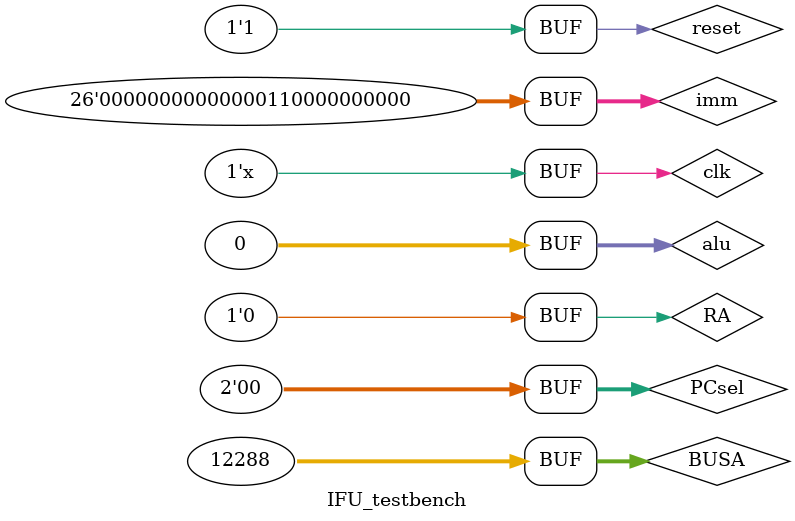
<source format=v>
`timescale 1ns / 1ps


module IFU_testbench;

	// Inputs
	reg reset;
	reg clk;
	reg [1:0] PCsel;
	reg [25:0] imm;
	reg [31:0] BUSA;
	reg [31:0] alu;

	// Outputs
	wire [31:0] instruction;
	wire [31:0] PCadd4;

	// Instantiate the Unit Under Test (UUT)
	IFU uut (
		.reset(reset), 
		.clk(clk), 
		.PCsel(PCsel), 
		.imm(imm), 
		.BUSA(BUSA), 
		.alu(alu), 
		.instruction(instruction), 
		.PCadd4(PCadd4)
	);

	initial begin
		// Initialize Inputs
		reset = 0;
		clk = 0;
		PCsel = 0;
		imm = 0;
		RA = 0;
		alu = 0;

		// Wait 100 ns for global reset to finish
		#100
      //²âÊÔ»ù±¾¹¦ÄÜ£¬PC+4
      PCsel = 0;
		#10
		
		//²âÊÔbeq¹¦ÄÜ
		PCsel=2'b01;
		alu = 1;
		imm=-4;
		#10
		//²âÊÔ»ù±¾¹¦ÄÜ£¬PC+4
      PCsel = 0;
		#10
		//²âÊÔbeqÎ´Ìø×ª¹¦ÄÜ
		PCsel=2'b01;
		alu = 0;
		#10
		//²âÊÔjr¹¦ÄÜ
		PCsel=2'b11;
		BUSA=32'h00003000;
		#10
		//²âÊÔ»ù±¾¹¦ÄÜ£¬PC+4
      PCsel = 0;
		#10
		//²âÊÔj¹¦ÄÜ
		PCsel=2'b10;
		imm = 26'b00_0000_0000_0000_1100_0000_0000;
		#10
		//²âÊÔ»ù±¾¹¦ÄÜ£¬PC+4
      PCsel = 0;
		#10
		//²âÊÔ¸´Î»
		reset=1;
		// Add stimulus here

	end
	
   always #5 clk=~clk;
endmodule


</source>
